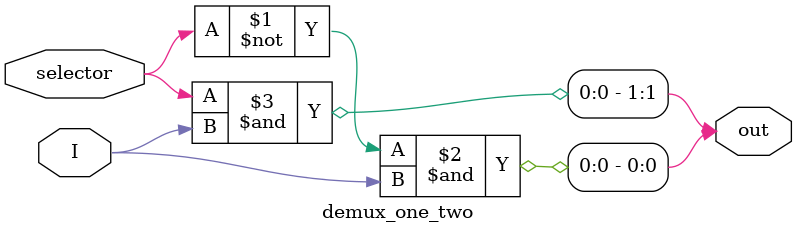
<source format=v>
module demux_one_two(
    input I,
    input selector,
    output [1:0]out
);
and(out[0],~selector,I);
and(out[1],selector,I);
endmodule
</source>
